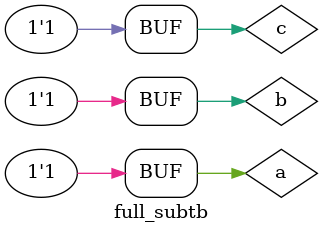
<source format=v>
module full_subtb;
  reg a,b,c;
  wire diff,borr;
  full_sub uut(
              .a(a),
              .b(b),
              .c(c),
              .diff(diff),
              .borr(borr)
  );
  initial begin 
     a=0;b=0;c=0;
     #10 a = 0; b = 0; c  = 1;
     #10 a = 0; b = 1; c  = 0;
     #10 a = 0; b = 1; c  = 1;
     #10 a = 1; b = 0; c  = 0;
     #10 a = 1; b = 0; c  = 1;
     #10 a = 1; b = 1; c  = 0;
     #10 a = 1; b = 1; c  = 1;
  end
  initial begin 
     $monitor($time, " | %b | %b | %b | %b | %b ", a, b, c, diff, borr);
  end
endmodule

</source>
